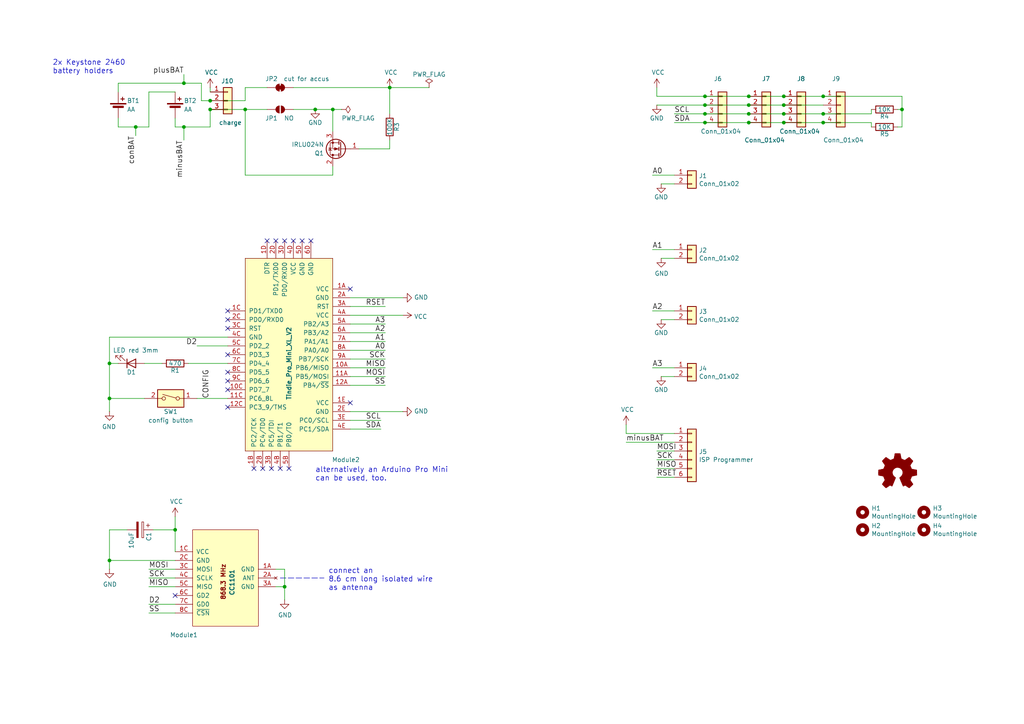
<source format=kicad_sch>
(kicad_sch (version 20231120) (generator "eeschema") (generator_version "8.0")
  (paper "A4")
  (title_block (title "HB-UNI-SEN-BATT_FUEL4EP") (date "2024-09-30") (rev "1.1") (company "FUEL4EP") (comment 1 "for Tindie Pro Mini XL V2") (comment 2 "Creative Commons License, non-commercial") (comment 3 "migration to KiCAD 5.1.7 with relative library paths") (comment 4 "fork of Alexander Reinert's HB-UNI-SEN-BATT"))
  (lib_symbols
    (symbol "Connector_Generic:Conn_01x02" (pin_names (offset 1.016) hide)
      (property "Reference" "J" (at 0 2.54 0))
      (property "Value" "Conn_01x02" (at 0 -5.08 0))
      (symbol "Conn_01x02_1_1"
        (rectangle (start -1.27 -2.413) (end 0 -2.667) (stroke (width 0.1524)))
        (rectangle (start -1.27 0.127) (end 0 -0.127) (stroke (width 0.1524)))
        (rectangle (start -1.27 1.27) (end 1.27 -3.81) (stroke (width 0.254)) (fill (type background)))
        (pin passive line (at -5.08 0 0) (length 3.81) (name "Pin_1") (number "1"))
        (pin passive line (at -5.08 -2.54 0) (length 3.81) (name "Pin_2") (number "2"))
      )
    )
    (symbol "Connector_Generic:Conn_01x03" (pin_names (offset 1.016) hide)
      (property "Reference" "J" (at 0 5.08 0))
      (property "Value" "Conn_01x03" (at 0 -5.08 0))
      (symbol "Conn_01x03_1_1"
        (rectangle (start -1.27 -2.413) (end 0 -2.667) (stroke (width 0.1524)))
        (rectangle (start -1.27 0.127) (end 0 -0.127) (stroke (width 0.1524)))
        (rectangle (start -1.27 2.667) (end 0 2.413) (stroke (width 0.1524)))
        (rectangle (start -1.27 3.81) (end 1.27 -3.81) (stroke (width 0.254)) (fill (type background)))
        (pin passive line (at -5.08 2.54 0) (length 3.81) (name "Pin_1") (number "1"))
        (pin passive line (at -5.08 0 0) (length 3.81) (name "Pin_2") (number "2"))
        (pin passive line (at -5.08 -2.54 0) (length 3.81) (name "Pin_3") (number "3"))
      )
    )
    (symbol "Connector_Generic:Conn_01x04" (pin_names (offset 1.016) hide)
      (property "Reference" "J" (at 0 5.08 0))
      (property "Value" "Conn_01x04" (at 0 -7.62 0))
      (symbol "Conn_01x04_1_1"
        (rectangle (start -1.27 -4.953) (end 0 -5.207) (stroke (width 0.1524)))
        (rectangle (start -1.27 -2.413) (end 0 -2.667) (stroke (width 0.1524)))
        (rectangle (start -1.27 0.127) (end 0 -0.127) (stroke (width 0.1524)))
        (rectangle (start -1.27 2.667) (end 0 2.413) (stroke (width 0.1524)))
        (rectangle (start -1.27 3.81) (end 1.27 -6.35) (stroke (width 0.254)) (fill (type background)))
        (pin passive line (at -5.08 2.54 0) (length 3.81) (name "Pin_1") (number "1"))
        (pin passive line (at -5.08 0 0) (length 3.81) (name "Pin_2") (number "2"))
        (pin passive line (at -5.08 -2.54 0) (length 3.81) (name "Pin_3") (number "3"))
        (pin passive line (at -5.08 -5.08 0) (length 3.81) (name "Pin_4") (number "4"))
      )
    )
    (symbol "Connector_Generic:Conn_01x06" (pin_names (offset 1.016) hide)
      (property "Reference" "J" (at 0 7.62 0))
      (property "Value" "Conn_01x06" (at 0 -10.16 0))
      (symbol "Conn_01x06_1_1"
        (rectangle (start -1.27 -7.493) (end 0 -7.747) (stroke (width 0.1524)))
        (rectangle (start -1.27 -4.953) (end 0 -5.207) (stroke (width 0.1524)))
        (rectangle (start -1.27 -2.413) (end 0 -2.667) (stroke (width 0.1524)))
        (rectangle (start -1.27 0.127) (end 0 -0.127) (stroke (width 0.1524)))
        (rectangle (start -1.27 2.667) (end 0 2.413) (stroke (width 0.1524)))
        (rectangle (start -1.27 5.207) (end 0 4.953) (stroke (width 0.1524)))
        (rectangle (start -1.27 6.35) (end 1.27 -8.89) (stroke (width 0.254)) (fill (type background)))
        (pin passive line (at -5.08 5.08 0) (length 3.81) (name "Pin_1") (number "1"))
        (pin passive line (at -5.08 2.54 0) (length 3.81) (name "Pin_2") (number "2"))
        (pin passive line (at -5.08 0 0) (length 3.81) (name "Pin_3") (number "3"))
        (pin passive line (at -5.08 -2.54 0) (length 3.81) (name "Pin_4") (number "4"))
        (pin passive line (at -5.08 -5.08 0) (length 3.81) (name "Pin_5") (number "5"))
        (pin passive line (at -5.08 -7.62 0) (length 3.81) (name "Pin_6") (number "6"))
      )
    )
    (symbol "Device:Battery_Cell" (pin_numbers hide) (pin_names (offset 0) hide)
      (property "Reference" "BT" (at 2.54 2.54 0))
      (property "Value" "Battery_Cell" (at 2.54 0 0))
      (symbol "Battery_Cell_0_1"
        (rectangle (start -2.286 1.778) (end 2.286 1.524) (fill (type outline)))
        (rectangle (start -1.524 1.016) (end 1.524 0.508) (fill (type outline)))
        (polyline (pts (xy 0 0.762) (xy 0 0)))
        (polyline (pts (xy 0 1.778) (xy 0 2.54)))
        (polyline (pts (xy 0.762 3.048) (xy 1.778 3.048)) (stroke (width 0.254)))
        (polyline (pts (xy 1.27 3.556) (xy 1.27 2.54)) (stroke (width 0.254)))
      )
      (symbol "Battery_Cell_1_1"
        (pin passive line (at 0 5.08 270) (length 2.54) (name "+") (number "1"))
        (pin passive line (at 0 -2.54 90) (length 2.54) (name "-") (number "2"))
      )
    )
    (symbol "Device:C_Polarized" (pin_numbers hide) (pin_names (offset 0.254))
      (property "Reference" "C" (at 0.635 2.54 0))
      (property "Value" "C_Polarized" (at 0.635 -2.54 0))
      (symbol "C_Polarized_0_1"
        (rectangle (start -2.286 0.508) (end 2.286 1.016))
        (polyline (pts (xy -1.778 2.286) (xy -0.762 2.286)))
        (polyline (pts (xy -1.27 2.794) (xy -1.27 1.778)))
        (rectangle (start 2.286 -0.508) (end -2.286 -1.016) (fill (type outline)))
      )
      (symbol "C_Polarized_1_1"
        (pin passive line (at 0 3.81 270) (length 2.794) (name "~") (number "1"))
        (pin passive line (at 0 -3.81 90) (length 2.794) (name "~") (number "2"))
      )
    )
    (symbol "Device:LED" (pin_numbers hide) (pin_names (offset 1.016) hide)
      (property "Reference" "D" (at 0 2.54 0))
      (property "Value" "LED" (at 0 -2.54 0))
      (symbol "LED_0_1"
        (polyline (pts (xy -1.27 -1.27) (xy -1.27 1.27)) (stroke (width 0.254)))
        (polyline (pts (xy -1.27 0) (xy 1.27 0)))
        (polyline (pts (xy 1.27 -1.27) (xy 1.27 1.27) (xy -1.27 0) (xy 1.27 -1.27)) (stroke (width 0.254)))
        (polyline (pts (xy -3.048 -0.762) (xy -4.572 -2.286) (xy -3.81 -2.286) (xy -4.572 -2.286) (xy -4.572 -1.524)))
        (polyline (pts (xy -1.778 -0.762) (xy -3.302 -2.286) (xy -2.54 -2.286) (xy -3.302 -2.286) (xy -3.302 -1.524)))
      )
      (symbol "LED_1_1"
        (pin passive line (at -3.81 0 0) (length 2.54) (name "K") (number "1"))
        (pin passive line (at 3.81 0 180) (length 2.54) (name "A") (number "2"))
      )
    )
    (symbol "Device:Q_NMOS_GDS" (pin_names (offset 0) hide)
      (property "Reference" "Q" (at 5.08 1.27 0))
      (property "Value" "Q_NMOS_GDS" (at 5.08 -1.27 0))
      (symbol "Q_NMOS_GDS_0_1"
        (polyline (pts (xy 0.254 0) (xy -2.54 0)))
        (polyline (pts (xy 0.254 1.905) (xy 0.254 -1.905)) (stroke (width 0.254)))
        (polyline (pts (xy 0.762 -1.27) (xy 0.762 -2.286)) (stroke (width 0.254)))
        (polyline (pts (xy 0.762 0.508) (xy 0.762 -0.508)) (stroke (width 0.254)))
        (polyline (pts (xy 0.762 2.286) (xy 0.762 1.27)) (stroke (width 0.254)))
        (polyline (pts (xy 2.54 2.54) (xy 2.54 1.778)))
        (polyline (pts (xy 2.54 -2.54) (xy 2.54 0) (xy 0.762 0)))
        (polyline (pts (xy 0.762 -1.778) (xy 3.302 -1.778) (xy 3.302 1.778) (xy 0.762 1.778)))
        (polyline (pts (xy 1.016 0) (xy 2.032 0.381) (xy 2.032 -0.381) (xy 1.016 0)) (fill (type outline)))
        (polyline (pts (xy 2.794 0.508) (xy 2.921 0.381) (xy 3.683 0.381) (xy 3.81 0.254)))
        (polyline (pts (xy 3.302 0.381) (xy 2.921 -0.254) (xy 3.683 -0.254) (xy 3.302 0.381)))
        (circle (center 1.651 0) (radius 2.794) (stroke (width 0.254)))
        (circle (center 2.54 -1.778) (radius 0.254) (fill (type outline)))
        (circle (center 2.54 1.778) (radius 0.254) (fill (type outline)))
      )
      (symbol "Q_NMOS_GDS_1_1"
        (pin input line (at -5.08 0 0) (length 2.54) (name "G") (number "1"))
        (pin passive line (at 2.54 5.08 270) (length 2.54) (name "D") (number "2"))
        (pin passive line (at 2.54 -5.08 90) (length 2.54) (name "S") (number "3"))
      )
    )
    (symbol "Device:R" (pin_numbers hide) (pin_names (offset 0))
      (property "Reference" "R" (at 2.032 0 90))
      (property "Value" "R" (at 0 0 90))
      (symbol "R_0_1"
        (rectangle (start -1.016 -2.54) (end 1.016 2.54) (stroke (width 0.254)))
      )
      (symbol "R_1_1"
        (pin passive line (at 0 3.81 270) (length 1.27) (name "~") (number "1"))
        (pin passive line (at 0 -3.81 90) (length 1.27) (name "~") (number "2"))
      )
    )
    (symbol "FUEL4EP:CC1101_transceiver_module" (pin_names (offset 1.016))
      (property "Reference" "Module" (at 5.08 -2.54 0))
      (property "Value" "CC1101_transceiver_module" (at 11.43 13.97 90))
      (symbol "CC1101_transceiver_module_0_0"
        (rectangle (start 0 0) (end 19.05 27.94) (fill (type background)))
        (text "868.3 MHz" (at 8.89 7.62 900) (effects (font (size 1.27 1.27) (bold yes)) (justify left)))
      )
      (symbol "CC1101_transceiver_module_1_1"
        (pin power_in line (at 24.13 16.51 180) (length 5.08) (name "GND") (number "1A"))
        (pin power_in line (at -5.08 21.59 0) (length 5.08) (name "VCC") (number "1C"))
        (pin no_connect line (at 24.13 13.97 180) (length 5.08) (name "ANT") (number "2A"))
        (pin power_in line (at -5.08 19.05 0) (length 5.08) (name "GND") (number "2C"))
        (pin power_in line (at 24.13 11.43 180) (length 5.08) (name "GND") (number "3A"))
        (pin input line (at -5.08 16.51 0) (length 5.08) (name "MOSI") (number "3C"))
        (pin input line (at -5.08 13.97 0) (length 5.08) (name "SCLK") (number "4C"))
        (pin tri_state line (at -5.08 11.43 0) (length 5.08) (name "MISO") (number "5C"))
        (pin output line (at -5.08 8.89 0) (length 5.08) (name "GD2") (number "6C"))
        (pin output line (at -5.08 6.35 0) (length 5.08) (name "GD0") (number "7C"))
        (pin input line (at -5.08 3.81 0) (length 5.08) (name "~{CSN}") (number "8C"))
      )
    )
    (symbol "FUEL4EP:Tindie_Pro_Mini_XL_V2" (pin_names (offset 1.016))
      (property "Reference" "Module" (at -8.89 5.08 0))
      (property "Value" "Tindie_Pro_Mini_XL_V2" (at 11.43 25.4 90))
      (symbol "Tindie_Pro_Mini_XL_V2_0_0"
        (pin bidirectional line (at 30.48 6.35 180) (length 5.08) (name "PC1/SDA") (number "4E"))
      )
      (symbol "Tindie_Pro_Mini_XL_V2_0_1"
        (rectangle (start 0 0) (end 25.4 55.88) (fill (type background)))
      )
      (symbol "Tindie_Pro_Mini_XL_V2_1_1"
        (pin bidirectional line (at 30.48 24.13 180) (length 5.08) (name "PB6/MISO") (number "10A"))
        (pin bidirectional line (at -5.08 17.78 0) (length 5.08) (name "PD7_7") (number "10C"))
        (pin bidirectional line (at 30.48 21.59 180) (length 5.08) (name "PB5/MOSI") (number "11A"))
        (pin bidirectional line (at -5.08 15.24 0) (length 5.08) (name "PC6_8L") (number "11C"))
        (pin bidirectional line (at 30.48 19.05 180) (length 5.08) (name "PB4/~{SS}") (number "12A"))
        (pin bidirectional line (at -5.08 12.7 0) (length 5.08) (name "PC3_9/TMS") (number "12C"))
        (pin power_in line (at 30.48 46.99 180) (length 5.08) (name "VCC") (number "1A"))
        (pin bidirectional line (at 2.54 -5.08 90) (length 5.08) (name "PC2/TCK") (number "1B"))
        (pin bidirectional line (at -5.08 40.64 0) (length 5.08) (name "PD1/TXD0") (number "1C"))
        (pin input line (at 6.35 60.96 270) (length 5.08) (name "DTR") (number "1D"))
        (pin power_in line (at 30.48 13.97 180) (length 5.08) (name "VCC") (number "1E"))
        (pin power_in line (at 30.48 44.45 180) (length 5.08) (name "GND") (number "2A"))
        (pin bidirectional line (at 5.08 -5.08 90) (length 5.08) (name "PC4/TD0") (number "2B"))
        (pin bidirectional line (at -5.08 38.1 0) (length 5.08) (name "PD0/RXD0") (number "2C"))
        (pin bidirectional line (at 8.89 60.96 270) (length 5.08) (name "PD1/TXD0") (number "2D"))
        (pin power_in line (at 30.48 11.43 180) (length 5.08) (name "GND") (number "2E"))
        (pin input line (at 30.48 41.91 180) (length 5.08) (name "RST") (number "3A"))
        (pin bidirectional line (at 7.62 -5.08 90) (length 5.08) (name "PC5/TDI") (number "3B"))
        (pin input line (at -5.08 35.56 0) (length 5.08) (name "RST") (number "3C"))
        (pin bidirectional line (at 11.43 60.96 270) (length 5.08) (name "PD0/RXD0") (number "3D"))
        (pin bidirectional line (at 30.48 8.89 180) (length 5.08) (name "PC0/SCL") (number "3E"))
        (pin power_in line (at 30.48 39.37 180) (length 5.08) (name "VCC") (number "4A"))
        (pin bidirectional line (at 10.16 -5.08 90) (length 5.08) (name "PB1/T1") (number "4B"))
        (pin power_in line (at -5.08 33.02 0) (length 5.08) (name "GND") (number "4C"))
        (pin power_in line (at 13.97 60.96 270) (length 5.08) (name "VCC") (number "4D"))
        (pin input line (at 30.48 36.83 180) (length 5.08) (name "PB2/A3") (number "5A"))
        (pin bidirectional line (at 12.7 -5.08 90) (length 5.08) (name "PB0/T0") (number "5B"))
        (pin bidirectional line (at -5.08 30.48 0) (length 5.08) (name "PD2_2") (number "5C"))
        (pin power_in line (at 16.51 60.96 270) (length 5.08) (name "GND") (number "5D"))
        (pin input line (at 30.48 34.29 180) (length 5.08) (name "PB3/A2") (number "6A"))
        (pin bidirectional line (at -5.08 27.94 0) (length 5.08) (name "PD3_3") (number "6C"))
        (pin power_in line (at 19.05 60.96 270) (length 5.08) (name "GND") (number "6D"))
        (pin input line (at 30.48 31.75 180) (length 5.08) (name "PA1/A1") (number "7A"))
        (pin bidirectional line (at -5.08 25.4 0) (length 5.08) (name "PD4_4") (number "7C"))
        (pin input line (at 30.48 29.21 180) (length 5.08) (name "PA0/A0") (number "8A"))
        (pin bidirectional line (at -5.08 22.86 0) (length 5.08) (name "PD5_5") (number "8C"))
        (pin bidirectional line (at 30.48 26.67 180) (length 5.08) (name "PB7/SCK") (number "9A"))
        (pin bidirectional line (at -5.08 20.32 0) (length 5.08) (name "PD6_6") (number "9C"))
      )
    )
    (symbol "Graphic:Logo_Open_Hardware_Small" (in_bom no) (on_board no)
      (symbol "Logo_Open_Hardware_Small_0_1"
        (polyline (pts (xy 3.3528 -4.3434) (xy 3.302 -4.318) (xy 3.175 -4.2418) (xy 2.9972 -4.1148) (xy 2.7686 -3.9624) (xy 2.54 -3.81) (xy 2.3622 -3.7084) (xy 2.2352 -3.6068) (xy 2.1844 -3.5814) (xy 2.159 -3.6068) (xy 2.0574 -3.6576) (xy 1.905 -3.7338) (xy 1.8034 -3.7846) (xy 1.6764 -3.8354) (xy 1.6002 -3.8354) (xy 1.6002 -3.8354) (xy 1.5494 -3.7338) (xy 1.4732 -3.5306) (xy 1.3462 -3.302) (xy 1.2446 -3.0226) (xy 1.1176 -2.7178) (xy 0.9652 -2.413) (xy 0.8636 -2.1082) (xy 0.7366 -1.8288) (xy 0.6604 -1.6256) (xy 0.6096 -1.4732) (xy 0.5842 -1.397) (xy 0.5842 -1.397) (xy 0.6604 -1.3208) (xy 0.7874 -1.2446) (xy 1.0414 -1.016) (xy 1.2954 -0.6858) (xy 1.4478 -0.3302) (xy 1.524 0.0762) (xy 1.4732 0.4572) (xy 1.3208 0.8128) (xy 1.0668 1.143) (xy 0.762 1.3716) (xy 0.4064 1.524) (xy 0 1.5748) (xy -0.381 1.5494) (xy -0.7366 1.397) (xy -1.0668 1.143) (xy -1.2192 0.9906) (xy -1.397 0.6604) (xy -1.524 0.3048) (xy -1.524 0.2286) (xy -1.4986 -0.1778) (xy -1.397 -0.5334) (xy -1.1938 -0.8636) (xy -0.9144 -1.143) (xy -0.8636 -1.1684) (xy -0.7366 -1.27) (xy -0.635 -1.3462) (xy -0.5842 -1.397) (xy -1.0668 -2.5908) (xy -1.143 -2.794) (xy -1.2954 -3.1242) (xy -1.397 -3.4036) (xy -1.4986 -3.6322) (xy -1.5748 -3.7846) (xy -1.6002 -3.8354) (xy -1.6002 -3.8354) (xy -1.651 -3.8354) (xy -1.7272 -3.81) (xy -1.905 -3.7338) (xy -2.0066 -3.683) (xy -2.1336 -3.6068) (xy -2.2098 -3.5814) (xy -2.2606 -3.6068) (xy -2.3622 -3.683) (xy -2.54 -3.81) (xy -2.7686 -3.9624) (xy -2.9718 -4.0894) (xy -3.1496 -4.2164) (xy -3.302 -4.318) (xy -3.3528 -4.3434) (xy -3.3782 -4.3434) (xy -3.429 -4.318) (xy -3.5306 -4.2164) (xy -3.7084 -4.064) (xy -3.937 -3.8354) (xy -3.9624 -3.81) (xy -4.1656 -3.6068) (xy -4.318 -3.4544) (xy -4.4196 -3.3274) (xy -4.445 -3.2766) (xy -4.445 -3.2766) (xy -4.4196 -3.2258) (xy -4.318 -3.0734) (xy -4.2164 -2.8956) (xy -4.064 -2.667) (xy -3.6576 -2.0828) (xy -3.8862 -1.5494) (xy -3.937 -1.3716) (xy -4.0386 -1.1684) (xy -4.0894 -1.0414) (xy -4.1148 -0.9652) (xy -4.191 -0.9398) (xy -4.318 -0.9144) (xy -4.5466 -0.8636) (xy -4.8006 -0.8128) (xy -5.0546 -0.7874) (xy -5.2578 -0.7366) (xy -5.4356 -0.7112) (xy -5.5118 -0.6858) (xy -5.5118 -0.6858) (xy -5.5372 -0.635) (xy -5.5372 -0.5588) (xy -5.5372 -0.4318) (xy -5.5626 -0.2286) (xy -5.5626 0.0762) (xy -5.5626 0.127) (xy -5.5372 0.4064) (xy -5.5372 0.635) (xy -5.5372 0.762) (xy -5.5372 0.8382) (xy -5.5372 0.8382) (xy -5.461 0.8382) (xy -5.3086 0.889) (xy -5.08 0.9144) (xy -4.826 0.9652) (xy -4.8006 0.9906) (xy -4.5466 1.0414) (xy -4.318 1.0668) (xy -4.1656 1.1176) (xy -4.0894 1.143) (xy -4.0894 1.143) (xy -4.0386 1.2446) (xy -3.9624 1.4224) (xy -3.8608 1.6256) (xy -3.7846 1.8288) (xy -3.7084 2.0066) (xy -3.6576 2.159) (xy -3.6322 2.2098) (xy -3.6322 2.2098) (xy -3.683 2.286) (xy -3.7592 2.413) (xy -3.8862 2.5908) (xy -4.064 2.8194) (xy -4.064 2.8448) (xy -4.2164 3.0734) (xy -4.3434 3.2512) (xy -4.4196 3.3782) (xy -4.445 3.4544) (xy -4.445 3.4544) (xy -4.3942 3.5052) (xy -4.2926 3.6322) (xy -4.1148 3.81) (xy -3.937 4.0132) (xy -3.8608 4.064) (xy -3.6576 4.2926) (xy -3.5052 4.4196) (xy -3.4036 4.4958) (xy -3.3528 4.5212) (xy -3.3528 4.5212) (xy -3.302 4.4704) (xy -3.1496 4.3688) (xy -2.9718 4.2418) (xy -2.7432 4.0894) (xy -2.7178 4.0894) (xy -2.4892 3.937) (xy -2.3114 3.81) (xy -2.1844 3.7084) (xy -2.1336 3.683) (xy -2.1082 3.683) (xy -2.032 3.7084) (xy -1.8542 3.7592) (xy -1.6764 3.8354) (xy -1.4732 3.937) (xy -1.27 4.0132) (xy -1.143 4.064) (xy -1.0668 4.1148) (xy -1.0668 4.1148) (xy -1.0414 4.191) (xy -1.016 4.3434) (xy -0.9652 4.572) (xy -0.9144 4.8514) (xy -0.889 4.9022) (xy -0.8382 5.1562) (xy -0.8128 5.3848) (xy -0.7874 5.5372) (xy -0.762 5.588) (xy -0.7112 5.6134) (xy -0.5842 5.6134) (xy -0.4064 5.6134) (xy -0.1524 5.6134) (xy 0.0762 5.6134) (xy 0.3302 5.6134) (xy 0.5334 5.6134) (xy 0.6858 5.588) (xy 0.7366 5.588) (xy 0.7366 5.588) (xy 0.762 5.5118) (xy 0.8128 5.334) (xy 0.8382 5.1054) (xy 0.9144 4.826) (xy 0.9144 4.7752) (xy 0.9652 4.5212) (xy 1.016 4.2926) (xy 1.0414 4.1402) (xy 1.0668 4.0894) (xy 1.0668 4.0894) (xy 1.1938 4.0386) (xy 1.3716 3.9624) (xy 1.5748 3.8608) (xy 2.0828 3.6576) (xy 2.7178 4.0894) (xy 2.7686 4.1402) (xy 2.9972 4.2926) (xy 3.175 4.4196) (xy 3.302 4.4958) (xy 3.3782 4.5212) (xy 3.3782 4.5212) (xy 3.429 4.4704) (xy 3.556 4.3434) (xy 3.7338 4.191) (xy 3.9116 3.9878) (xy 4.064 3.8354) (xy 4.2418 3.6576) (xy 4.3434 3.556) (xy 4.4196 3.4798) (xy 4.4196 3.429) (xy 4.4196 3.4036) (xy 4.3942 3.3274) (xy 4.2926 3.2004) (xy 4.1656 2.9972) (xy 4.0132 2.794) (xy 3.8862 2.5908) (xy 3.7592 2.3876) (xy 3.6576 2.2352) (xy 3.6322 2.159) (xy 3.6322 2.1336) (xy 3.683 2.0066) (xy 3.7592 1.8288) (xy 3.8608 1.6002) (xy 4.064 1.1176) (xy 4.3942 1.0414) (xy 4.5974 1.016) (xy 4.8768 0.9652) (xy 5.1308 0.9144) (xy 5.5372 0.8382) (xy 5.5626 -0.6604) (xy 5.4864 -0.6858) (xy 5.4356 -0.6858) (xy 5.2832 -0.7366) (xy 5.0546 -0.762) (xy 4.8006 -0.8128) (xy 4.5974 -0.8636) (xy 4.3688 -0.9144) (xy 4.2164 -0.9398) (xy 4.1402 -0.9398) (xy 4.1148 -0.9652) (xy 4.064 -1.0668) (xy 3.9878 -1.2446) (xy 3.9116 -1.4478) (xy 3.81 -1.651) (xy 3.7338 -1.8542) (xy 3.683 -2.0066) (xy 3.6576 -2.0828) (xy 3.683 -2.1336) (xy 3.7846 -2.2606) (xy 3.8862 -2.4638) (xy 4.0386 -2.667) (xy 4.191 -2.8956) (xy 4.318 -3.0734) (xy 4.3942 -3.2004) (xy 4.445 -3.2766) (xy 4.4196 -3.3274) (xy 4.3434 -3.429) (xy 4.1656 -3.5814) (xy 3.937 -3.8354) (xy 3.8862 -3.8608) (xy 3.683 -4.064) (xy 3.5306 -4.2164) (xy 3.4036 -4.318) (xy 3.3528 -4.3434)) (fill (type outline)))
      )
    )
    (symbol "Jumper:SolderJumper_2_Bridged" (pin_numbers hide) (pin_names (offset 0) hide) (exclude_from_sim yes) (in_bom no)
      (property "Reference" "JP" (at 0 2.032 0))
      (property "Value" "SolderJumper_2_Bridged" (at 0 -2.54 0))
      (symbol "SolderJumper_2_Bridged_0_1"
        (rectangle (start -0.508 0.508) (end 0.508 -0.508) (fill (type outline)))
        (arc (start -0.254 1.016) (mid -1.2656 0) (end -0.254 -1.016))
        (arc (start -0.254 1.016) (mid -1.2656 0) (end -0.254 -1.016) (fill (type outline)))
        (polyline (pts (xy -0.254 1.016) (xy -0.254 -1.016)))
        (polyline (pts (xy 0.254 1.016) (xy 0.254 -1.016)))
        (arc (start 0.254 -1.016) (mid 1.2656 0) (end 0.254 1.016))
        (arc (start 0.254 -1.016) (mid 1.2656 0) (end 0.254 1.016) (fill (type outline)))
      )
      (symbol "SolderJumper_2_Bridged_1_1"
        (pin passive line (at -3.81 0 0) (length 2.54) (name "A") (number "1"))
        (pin passive line (at 3.81 0 180) (length 2.54) (name "B") (number "2"))
      )
    )
    (symbol "Jumper:SolderJumper_2_Open" (pin_numbers hide) (pin_names (offset 0) hide) (exclude_from_sim yes) (in_bom no)
      (property "Reference" "JP" (at 0 2.032 0))
      (property "Value" "SolderJumper_2_Open" (at 0 -2.54 0))
      (symbol "SolderJumper_2_Open_0_1"
        (arc (start -0.254 1.016) (mid -1.2656 0) (end -0.254 -1.016))
        (arc (start -0.254 1.016) (mid -1.2656 0) (end -0.254 -1.016) (fill (type outline)))
        (polyline (pts (xy -0.254 1.016) (xy -0.254 -1.016)))
        (polyline (pts (xy 0.254 1.016) (xy 0.254 -1.016)))
        (arc (start 0.254 -1.016) (mid 1.2656 0) (end 0.254 1.016))
        (arc (start 0.254 -1.016) (mid 1.2656 0) (end 0.254 1.016) (fill (type outline)))
      )
      (symbol "SolderJumper_2_Open_1_1"
        (pin passive line (at -3.81 0 0) (length 2.54) (name "A") (number "1"))
        (pin passive line (at 3.81 0 180) (length 2.54) (name "B") (number "2"))
      )
    )
    (symbol "Mechanical:MountingHole" (pin_names (offset 1.016)) (exclude_from_sim yes) (in_bom no)
      (property "Reference" "H" (at 0 5.08 0))
      (property "Value" "MountingHole" (at 0 3.175 0))
      (symbol "MountingHole_0_1"
        (circle (center 0 0) (radius 1.27) (stroke (width 1.27)))
      )
    )
    (symbol "Switch:SW_DIP_x01" (pin_names (offset 0) hide)
      (property "Reference" "SW" (at 0 3.81 0))
      (property "Value" "SW_DIP_x01" (at 0 -3.81 0))
      (symbol "SW_DIP_x01_0_0"
        (circle (center -2.032 0) (radius 0.508))
        (polyline (pts (xy -1.524 0.127) (xy 2.3622 1.1684)))
        (circle (center 2.032 0) (radius 0.508))
      )
      (symbol "SW_DIP_x01_0_1"
        (rectangle (start -3.81 2.54) (end 3.81 -2.54) (stroke (width 0.254)) (fill (type background)))
      )
      (symbol "SW_DIP_x01_1_1"
        (pin passive line (at -7.62 0 0) (length 5.08) (name "~") (number "1"))
        (pin passive line (at 7.62 0 180) (length 5.08) (name "~") (number "2"))
      )
    )
    (symbol "power:GND" (power) (pin_numbers hide) (pin_names (offset 0) hide)
      (property "Value" "GND" (at 0 -3.81 0))
      (symbol "GND_0_1"
        (polyline (pts (xy 0 0) (xy 0 -1.27) (xy 1.27 -1.27) (xy 0 -2.54) (xy -1.27 -1.27) (xy 0 -1.27)))
      )
      (symbol "GND_1_1"
        (pin power_in line (at 0 0 270) (length 0) (name "~") (number "1"))
      )
    )
    (symbol "power:PWR_FLAG" (power) (pin_numbers hide) (pin_names (offset 0) hide)
      (property "Value" "PWR_FLAG" (at 0 3.81 0))
      (symbol "PWR_FLAG_0_0"
        (pin power_out line (at 0 0 90) (length 0) (name "~") (number "1"))
      )
      (symbol "PWR_FLAG_0_1"
        (polyline (pts (xy 0 0) (xy 0 1.27) (xy -1.016 1.905) (xy 0 2.54) (xy 1.016 1.905) (xy 0 1.27)))
      )
    )
    (symbol "power:VCC" (power) (pin_numbers hide) (pin_names (offset 0) hide)
      (property "Value" "VCC" (at 0 3.556 0))
      (symbol "VCC_0_1"
        (polyline (pts (xy -0.762 1.27) (xy 0 2.54)))
        (polyline (pts (xy 0 0) (xy 0 2.54)))
        (polyline (pts (xy 0 2.54) (xy 0.762 1.27)))
      )
      (symbol "VCC_1_1"
        (pin power_in line (at 0 0 90) (length 0) (name "~") (number "1"))
      )
    )
  )
  (junction (at 227.33 35.56))
  (junction (at 53.34 24.13))
  (junction (at 60.96 31.75))
  (junction (at 53.34 36.83))
  (junction (at 96.52 31.75))
  (junction (at 217.17 27.94))
  (junction (at 31.75 162.56))
  (junction (at 227.33 30.48))
  (junction (at 31.75 105.41))
  (junction (at 113.03 25.4))
  (junction (at 217.17 30.48))
  (junction (at 91.44 31.75))
  (junction (at 204.47 30.48))
  (junction (at 217.17 35.56))
  (junction (at 238.76 33.02))
  (junction (at 60.96 29.21))
  (junction (at 227.33 27.94))
  (junction (at 204.47 33.02))
  (junction (at 238.76 35.56))
  (junction (at 261.62 31.75))
  (junction (at 227.33 33.02))
  (junction (at 82.55 170.18))
  (junction (at 31.75 115.57))
  (junction (at 217.17 33.02))
  (junction (at 39.37 36.83))
  (junction (at 71.12 31.75))
  (junction (at 238.76 27.94))
  (junction (at 204.47 27.94))
  (junction (at 50.8 153.67))
  (junction (at 204.47 35.56))
  (no_connect (at 80.01 69.85))
  (no_connect (at 50.8 172.72))
  (no_connect (at 66.04 118.11))
  (no_connect (at 101.6 116.84))
  (no_connect (at 77.47 69.85))
  (no_connect (at 90.17 69.85))
  (no_connect (at 73.66 135.89))
  (no_connect (at 81.28 135.89))
  (no_connect (at 85.09 69.85))
  (no_connect (at 66.04 90.17))
  (no_connect (at 66.04 113.03))
  (no_connect (at 78.74 135.89))
  (no_connect (at 82.55 69.85))
  (no_connect (at 66.04 95.25))
  (no_connect (at 66.04 92.71))
  (no_connect (at 66.04 107.95))
  (no_connect (at 101.6 83.82))
  (no_connect (at 87.63 69.85))
  (no_connect (at 66.04 110.49))
  (no_connect (at 76.2 135.89))
  (no_connect (at 66.04 102.87))
  (no_connect (at 83.82 135.89))
  (wire (pts (xy 85.09 25.4) (xy 113.03 25.4)))
  (wire (pts (xy 181.61 128.27) (xy 195.58 128.27)))
  (wire (pts (xy 261.62 31.75) (xy 261.62 36.83)))
  (wire (pts (xy 71.12 50.8) (xy 96.52 50.8)))
  (wire (pts (xy 50.8 160.02) (xy 50.8 153.67)))
  (wire (pts (xy 113.03 33.02) (xy 113.03 25.4)))
  (polyline (pts (xy 81.28 167.64) (xy 93.98 167.64)) (stroke (width 0) (type dash)))
  (wire (pts (xy 34.29 105.41) (xy 31.75 105.41)))
  (wire (pts (xy 34.29 26.67) (xy 34.29 24.13)))
  (wire (pts (xy 50.8 162.56) (xy 31.75 162.56)))
  (wire (pts (xy 101.6 101.6) (xy 111.76 101.6)))
  (wire (pts (xy 71.12 31.75) (xy 60.96 31.75)))
  (wire (pts (xy 82.55 165.1) (xy 82.55 170.18)))
  (wire (pts (xy 195.58 35.56) (xy 204.47 35.56)))
  (wire (pts (xy 238.76 33.02) (xy 252.73 33.02)))
  (wire (pts (xy 60.96 25.4) (xy 60.96 26.67)))
  (wire (pts (xy 50.8 153.67) (xy 50.8 149.86)))
  (wire (pts (xy 101.6 106.68) (xy 111.76 106.68)))
  (wire (pts (xy 50.8 175.26) (xy 43.18 175.26)))
  (wire (pts (xy 60.96 31.75) (xy 60.96 36.83)))
  (wire (pts (xy 217.17 27.94) (xy 227.33 27.94)))
  (wire (pts (xy 191.77 92.71) (xy 195.58 92.71)))
  (wire (pts (xy 204.47 33.02) (xy 217.17 33.02)))
  (wire (pts (xy 71.12 31.75) (xy 71.12 50.8)))
  (wire (pts (xy 91.44 31.75) (xy 96.52 31.75)))
  (wire (pts (xy 227.33 30.48) (xy 217.17 30.48)))
  (wire (pts (xy 96.52 38.1) (xy 96.52 31.75)))
  (wire (pts (xy 96.52 31.75) (xy 99.06 31.75)))
  (wire (pts (xy 190.5 27.94) (xy 190.5 25.4)))
  (wire (pts (xy 191.77 109.22) (xy 195.58 109.22)))
  (wire (pts (xy 113.03 25.4) (xy 124.46 25.4)))
  (wire (pts (xy 191.77 74.93) (xy 195.58 74.93)))
  (wire (pts (xy 57.15 115.57) (xy 66.04 115.57)))
  (wire (pts (xy 195.58 33.02) (xy 204.47 33.02)))
  (wire (pts (xy 43.18 26.67) (xy 43.18 36.83)))
  (wire (pts (xy 101.6 93.98) (xy 111.76 93.98)))
  (wire (pts (xy 71.12 29.21) (xy 71.12 25.4)))
  (wire (pts (xy 101.6 119.38) (xy 116.84 119.38)))
  (wire (pts (xy 58.42 29.21) (xy 58.42 24.13)))
  (wire (pts (xy 43.18 26.67) (xy 50.8 26.67)))
  (wire (pts (xy 53.34 21.59) (xy 53.34 24.13)))
  (wire (pts (xy 82.55 170.18) (xy 82.55 173.99)))
  (wire (pts (xy 50.8 165.1) (xy 43.18 165.1)))
  (wire (pts (xy 41.91 115.57) (xy 31.75 115.57)))
  (wire (pts (xy 31.75 153.67) (xy 31.75 162.56)))
  (wire (pts (xy 195.58 138.43) (xy 190.5 138.43)))
  (wire (pts (xy 96.52 48.26) (xy 96.52 50.8)))
  (wire (pts (xy 44.45 153.67) (xy 50.8 153.67)))
  (wire (pts (xy 66.04 105.41) (xy 54.61 105.41)))
  (wire (pts (xy 66.04 97.79) (xy 31.75 97.79)))
  (wire (pts (xy 50.8 170.18) (xy 43.18 170.18)))
  (wire (pts (xy 227.33 27.94) (xy 238.76 27.94)))
  (wire (pts (xy 101.6 111.76) (xy 111.76 111.76)))
  (wire (pts (xy 101.6 109.22) (xy 111.76 109.22)))
  (wire (pts (xy 190.5 27.94) (xy 204.47 27.94)))
  (wire (pts (xy 80.01 170.18) (xy 82.55 170.18)))
  (wire (pts (xy 252.73 35.56) (xy 252.73 36.83)))
  (wire (pts (xy 110.49 124.46) (xy 101.6 124.46)))
  (wire (pts (xy 58.42 24.13) (xy 53.34 24.13)))
  (wire (pts (xy 31.75 115.57) (xy 31.75 119.38)))
  (wire (pts (xy 260.35 31.75) (xy 261.62 31.75)))
  (wire (pts (xy 195.58 130.81) (xy 190.5 130.81)))
  (wire (pts (xy 195.58 135.89) (xy 190.5 135.89)))
  (wire (pts (xy 227.33 35.56) (xy 217.17 35.56)))
  (wire (pts (xy 189.23 50.8) (xy 195.58 50.8)))
  (wire (pts (xy 101.6 88.9) (xy 111.76 88.9)))
  (wire (pts (xy 50.8 177.8) (xy 43.18 177.8)))
  (wire (pts (xy 261.62 27.94) (xy 261.62 31.75)))
  (wire (pts (xy 238.76 33.02) (xy 227.33 33.02)))
  (wire (pts (xy 204.47 27.94) (xy 217.17 27.94)))
  (wire (pts (xy 53.34 36.83) (xy 60.96 36.83)))
  (wire (pts (xy 60.96 29.21) (xy 71.12 29.21)))
  (wire (pts (xy 36.83 153.67) (xy 31.75 153.67)))
  (wire (pts (xy 101.6 96.52) (xy 111.76 96.52)))
  (wire (pts (xy 195.58 90.17) (xy 189.23 90.17)))
  (wire (pts (xy 46.99 105.41) (xy 41.91 105.41)))
  (wire (pts (xy 238.76 35.56) (xy 227.33 35.56)))
  (wire (pts (xy 238.76 27.94) (xy 261.62 27.94)))
  (wire (pts (xy 204.47 30.48) (xy 217.17 30.48)))
  (wire (pts (xy 191.77 53.34) (xy 195.58 53.34)))
  (wire (pts (xy 31.75 162.56) (xy 31.75 165.1)))
  (wire (pts (xy 116.84 86.36) (xy 101.6 86.36)))
  (wire (pts (xy 204.47 35.56) (xy 217.17 35.56)))
  (wire (pts (xy 261.62 36.83) (xy 260.35 36.83)))
  (wire (pts (xy 252.73 33.02) (xy 252.73 31.75)))
  (wire (pts (xy 50.8 36.83) (xy 53.34 36.83)))
  (wire (pts (xy 113.03 40.64) (xy 113.03 43.18)))
  (wire (pts (xy 110.49 121.92) (xy 101.6 121.92)))
  (wire (pts (xy 50.8 167.64) (xy 43.18 167.64)))
  (wire (pts (xy 189.23 106.68) (xy 195.58 106.68)))
  (wire (pts (xy 66.04 100.33) (xy 57.15 100.33)))
  (wire (pts (xy 34.29 34.29) (xy 34.29 36.83)))
  (wire (pts (xy 113.03 43.18) (xy 104.14 43.18)))
  (wire (pts (xy 71.12 31.75) (xy 77.47 31.75)))
  (wire (pts (xy 31.75 97.79) (xy 31.75 105.41)))
  (wire (pts (xy 60.96 29.21) (xy 58.42 29.21)))
  (wire (pts (xy 80.01 165.1) (xy 82.55 165.1)))
  (wire (pts (xy 53.34 40.64) (xy 53.34 36.83)))
  (wire (pts (xy 34.29 24.13) (xy 53.34 24.13)))
  (wire (pts (xy 195.58 125.73) (xy 181.61 125.73)))
  (wire (pts (xy 34.29 36.83) (xy 39.37 36.83)))
  (wire (pts (xy 181.61 125.73) (xy 181.61 123.19)))
  (wire (pts (xy 238.76 35.56) (xy 252.73 35.56)))
  (wire (pts (xy 101.6 99.06) (xy 111.76 99.06)))
  (wire (pts (xy 77.47 25.4) (xy 71.12 25.4)))
  (wire (pts (xy 101.6 104.14) (xy 111.76 104.14)))
  (wire (pts (xy 227.33 30.48) (xy 238.76 30.48)))
  (wire (pts (xy 39.37 36.83) (xy 43.18 36.83)))
  (wire (pts (xy 31.75 105.41) (xy 31.75 115.57)))
  (wire (pts (xy 189.23 72.39) (xy 195.58 72.39)))
  (wire (pts (xy 190.5 30.48) (xy 204.47 30.48)))
  (wire (pts (xy 101.6 91.44) (xy 116.84 91.44)))
  (wire (pts (xy 39.37 39.37) (xy 39.37 36.83)))
  (wire (pts (xy 50.8 34.29) (xy 50.8 36.83)))
  (wire (pts (xy 195.58 133.35) (xy 190.5 133.35)))
  (wire (pts (xy 85.09 31.75) (xy 91.44 31.75)))
  (wire (pts (xy 227.33 33.02) (xy 217.17 33.02)))
  (text "2x Keystone 2460\nbattery holders" (at 15.24 21.59 0) (effects (font (size 1.524 1.524)) (justify left bottom)))
  (text "connect an\n8.6 cm long isolated wire\nas antenna" (at 95.25 171.45 0) (effects (font (size 1.524 1.524)) (justify left bottom)))
  (text "alternatively an Arduino Pro Mini\ncan be used, too." (at 91.44 139.7 0) (effects (font (size 1.524 1.524)) (justify left bottom)))
  (label "SS" (at 111.76 111.76 180) (effects (font (size 1.524 1.524))))
  (label "SCK" (at 190.5 133.35 0) (effects (font (size 1.524 1.524))))
  (label "MISO" (at 43.18 170.18 0) (effects (font (size 1.524 1.524))))
  (label "minusBAT" (at 181.61 128.27 0) (effects (font (size 1.524 1.524))))
  (label "SDA" (at 110.49 124.46 180) (effects (font (size 1.524 1.524))))
  (label "RSET" (at 111.76 88.9 180) (effects (font (size 1.524 1.524))))
  (label "MOSI" (at 190.5 130.81 0) (effects (font (size 1.524 1.524))))
  (label "SCK" (at 43.18 167.64 0) (effects (font (size 1.524 1.524))))
  (label "SCL" (at 110.49 121.92 180) (effects (font (size 1.524 1.524))))
  (label "minusBAT" (at 53.34 40.64 270) (effects (font (size 1.524 1.524))))
  (label "A1" (at 189.23 72.39 0) (effects (font (size 1.524 1.524))))
  (label "conBAT" (at 39.37 39.37 270) (effects (font (size 1.524 1.524))))
  (label "A2" (at 189.23 90.17 0) (effects (font (size 1.524 1.524))))
  (label "MISO" (at 190.5 135.89 0) (effects (font (size 1.524 1.524))))
  (label "MOSI" (at 43.18 165.1 0) (effects (font (size 1.524 1.524))))
  (label "A2" (at 111.76 96.52 180) (effects (font (size 1.524 1.524))))
  (label "SS" (at 43.18 177.8 0) (effects (font (size 1.524 1.524))))
  (label "MOSI" (at 111.76 109.22 180) (effects (font (size 1.524 1.524))))
  (label "A0" (at 111.76 101.6 180) (effects (font (size 1.524 1.524))))
  (label "A3" (at 111.76 93.98 180) (effects (font (size 1.524 1.524))))
  (label "SCK" (at 111.76 104.14 180) (effects (font (size 1.524 1.524))))
  (label "A3" (at 189.23 106.68 0) (effects (font (size 1.524 1.524))))
  (label "RSET" (at 190.5 138.43 0) (effects (font (size 1.524 1.524))))
  (label "SDA" (at 195.58 35.56 0) (effects (font (size 1.524 1.524))))
  (label "CONFIG" (at 60.96 115.57 90) (effects (font (size 1.524 1.524))))
  (label "A0" (at 189.23 50.8 0) (effects (font (size 1.524 1.524))))
  (label "D2" (at 43.18 175.26 0) (effects (font (size 1.524 1.524))))
  (label "D2" (at 57.15 100.33 180) (effects (font (size 1.524 1.524))))
  (label "A1" (at 111.76 99.06 180) (effects (font (size 1.524 1.524))))
  (label "SCL" (at 195.58 33.02 0) (effects (font (size 1.524 1.524))))
  (label "plusBAT" (at 53.34 21.59 180) (effects (font (size 1.524 1.524))))
  (label "MISO" (at 111.76 106.68 180) (effects (font (size 1.524 1.524))))
  (symbol (lib_id "Device:LED") (at 38.1 105.41 0) (mirror x) (unit 1)
    (property "Reference" "D1" (at 38.1 107.95 0))
    (property "Value" "LED red 3mm" (at 39.37 101.6 0))
    (property "Footprint" "LED_THT:LED_D3.0mm" (effects (hide yes)))
    (property "Description" "Light emitting diode" (effects (hide yes)))
  )
  (symbol (lib_id "Device:R") (at 50.8 105.41 90) (mirror x) (unit 1)
    (property "Reference" "R1" (at 50.8 107.442 90))
    (property "Value" "470" (at 50.8 105.41 90))
    (property "Footprint" "Resistor_THT:R_Axial_DIN0207_L6.3mm_D2.5mm_P2.54mm_Vertical" (effects (hide yes)))
    (property "Description" "Resistor" (effects (hide yes)))
  )
  (symbol (lib_id "power:GND") (at 190.5 30.48 0) (unit 1)
    (property "Reference" "#PWR03" (effects (hide yes)))
    (property "Value" "GND" (at 190.5 34.29 0))
    (property "Description" "Power symbol creates a global label with name \"GND\" , ground" (effects (hide yes)))
  )
  (symbol (lib_id "power:GND") (at 91.44 31.75 0) (unit 1)
    (property "Reference" "#PWR05" (effects (hide yes)))
    (property "Value" "GND" (at 91.44 35.56 0))
    (property "Description" "Power symbol creates a global label with name \"GND\" , ground" (effects (hide yes)))
  )
  (symbol (lib_id "power:GND") (at 191.77 53.34 0) (unit 1)
    (property "Reference" "#PWR06" (effects (hide yes)))
    (property "Value" "GND" (at 191.77 57.15 0))
    (property "Description" "Power symbol creates a global label with name \"GND\" , ground" (effects (hide yes)))
  )
  (symbol (lib_id "power:GND") (at 191.77 92.71 0) (unit 1)
    (property "Reference" "#PWR011" (effects (hide yes)))
    (property "Value" "GND" (at 191.77 96.52 0))
    (property "Description" "Power symbol creates a global label with name \"GND\" , ground" (effects (hide yes)))
  )
  (symbol (lib_id "power:GND") (at 191.77 109.22 0) (unit 1)
    (property "Reference" "#PWR012" (effects (hide yes)))
    (property "Value" "GND" (at 191.77 113.03 0))
    (property "Description" "Power symbol creates a global label with name \"GND\" , ground" (effects (hide yes)))
  )
  (symbol (lib_id "power:PWR_FLAG") (at 124.46 25.4 0) (unit 1)
    (property "Reference" "#FLG014" (effects (hide yes)))
    (property "Value" "PWR_FLAG" (at 124.46 21.59 0))
    (property "Description" "Special symbol for telling ERC where power comes from" (effects (hide yes)))
  )
  (symbol (lib_id "Device:Battery_Cell") (at 34.29 31.75 0) (unit 1)
    (property "Reference" "BT1" (at 36.83 29.21 0) (effects (justify left)))
    (property "Value" "AA" (at 36.83 31.75 0) (effects (justify left)))
    (property "Footprint" "FUEL4EP:BatteryHolder_Keystone_2460_1xAA" (effects (hide yes)))
    (property "Description" "Single-cell battery" (effects (hide yes)))
  )
  (symbol (lib_id "Device:Battery_Cell") (at 50.8 31.75 0) (unit 1)
    (property "Reference" "BT2" (at 53.34 29.21 0) (effects (justify left)))
    (property "Value" "AA" (at 53.34 31.75 0) (effects (justify left)))
    (property "Footprint" "FUEL4EP:BatteryHolder_Keystone_2460_1xAA" (effects (hide yes)))
    (property "Description" "Single-cell battery" (effects (hide yes)))
  )
  (symbol (lib_id "Device:C_Polarized") (at 40.64 153.67 270) (unit 1)
    (property "Reference" "C1" (at 43.18 154.305 0) (effects (justify left)))
    (property "Value" "10uF" (at 38.1 154.305 0) (effects (justify left)))
    (property "Footprint" "Capacitor_THT:CP_Radial_D4.0mm_P1.50mm" (effects (hide yes)))
    (property "Description" "Polarized capacitor" (effects (hide yes)))
  )
  (symbol (lib_id "Device:R") (at 256.54 31.75 270) (unit 1)
    (property "Reference" "R4" (at 256.54 33.782 90))
    (property "Value" "10K" (at 256.54 31.75 90))
    (property "Footprint" "Resistor_THT:R_Axial_DIN0207_L6.3mm_D2.5mm_P2.54mm_Vertical" (effects (hide yes)))
    (property "Description" "Resistor" (effects (hide yes)))
  )
  (symbol (lib_id "Device:R") (at 256.54 36.83 270) (unit 1)
    (property "Reference" "R5" (at 256.54 38.862 90))
    (property "Value" "10K" (at 256.54 36.83 90))
    (property "Footprint" "Resistor_THT:R_Axial_DIN0207_L6.3mm_D2.5mm_P2.54mm_Vertical" (effects (hide yes)))
    (property "Description" "Resistor" (effects (hide yes)))
  )
  (symbol (lib_id "Device:Q_NMOS_GDS") (at 99.06 43.18 180) (unit 1)
    (property "Reference" "Q1" (at 93.98 44.45 0) (effects (justify left)))
    (property "Value" "IRLU024N" (at 93.98 41.91 0) (effects (justify left)))
    (property "Footprint" "Package_TO_SOT_THT:TO-251-3_Vertical" (effects (hide yes)))
    (property "Description" "N-MOSFET transistor, gate/drain/source" (effects (hide yes)))
  )
  (symbol (lib_id "Device:R") (at 113.03 36.83 0) (unit 1)
    (property "Reference" "R3" (at 115.062 36.83 90))
    (property "Value" "100K" (at 113.03 36.83 90))
    (property "Footprint" "Resistor_THT:R_Axial_DIN0207_L6.3mm_D2.5mm_P2.54mm_Vertical" (effects (hide yes)))
    (property "Description" "Resistor" (effects (hide yes)))
  )
  (symbol (lib_id "Jumper:SolderJumper_2_Open") (at 81.28 31.75 0) (unit 1)
    (property "Reference" "JP1" (at 78.74 34.29 0))
    (property "Value" "NO" (at 83.82 34.29 0))
    (property "Footprint" "FUEL4EP:SolderJumper-2_P1.3mm_Open_Pad1.0x1.5mm" (effects (hide yes)))
    (property "Description" "Solder Jumper, 2-pole, open" (effects (hide yes)))
  )
  (symbol (lib_id "Connector_Generic:Conn_01x02") (at 200.66 106.68 0) (unit 1)
    (property "Reference" "J4" (at 202.692 106.8832 0) (effects (justify left)))
    (property "Value" "Conn_01x02" (at 202.692 109.1946 0) (effects (justify left)))
    (property "Footprint" "Connector_PinHeader_2.54mm:PinHeader_1x02_P2.54mm_Vertical" (effects (hide yes)))
    (property "Description" "Generic connector, single row, 01x02, script generated (kicad-library-utils/schlib/autogen/connector/)" (effects (hide yes)))
  )
  (symbol (lib_id "Connector_Generic:Conn_01x02") (at 200.66 90.17 0) (unit 1)
    (property "Reference" "J3" (at 202.692 90.3732 0) (effects (justify left)))
    (property "Value" "Conn_01x02" (at 202.692 92.6846 0) (effects (justify left)))
    (property "Footprint" "Connector_PinHeader_2.54mm:PinHeader_1x02_P2.54mm_Vertical" (effects (hide yes)))
    (property "Description" "Generic connector, single row, 01x02, script generated (kicad-library-utils/schlib/autogen/connector/)" (effects (hide yes)))
  )
  (symbol (lib_id "Connector_Generic:Conn_01x02") (at 200.66 72.39 0) (unit 1)
    (property "Reference" "J2" (at 202.692 72.5932 0) (effects (justify left)))
    (property "Value" "Conn_01x02" (at 202.692 74.9046 0) (effects (justify left)))
    (property "Footprint" "Connector_PinHeader_2.54mm:PinHeader_1x02_P2.54mm_Vertical" (effects (hide yes)))
    (property "Description" "Generic connector, single row, 01x02, script generated (kicad-library-utils/schlib/autogen/connector/)" (effects (hide yes)))
  )
  (symbol (lib_id "Connector_Generic:Conn_01x02") (at 200.66 50.8 0) (unit 1)
    (property "Reference" "J1" (at 202.692 51.0032 0) (effects (justify left)))
    (property "Value" "Conn_01x02" (at 202.692 53.3146 0) (effects (justify left)))
    (property "Footprint" "Connector_PinHeader_2.54mm:PinHeader_1x02_P2.54mm_Vertical" (effects (hide yes)))
    (property "Description" "Generic connector, single row, 01x02, script generated (kicad-library-utils/schlib/autogen/connector/)" (effects (hide yes)))
  )
  (symbol (lib_id "Connector_Generic:Conn_01x03") (at 66.04 29.21 0) (unit 1)
    (property "Reference" "J10" (at 64.135 23.495 0) (effects (justify left)))
    (property "Value" "charge" (at 63.5 35.56 0) (effects (justify left)))
    (property "Footprint" "Connector_PinHeader_2.54mm:PinHeader_1x03_P2.54mm_Vertical" (effects (hide yes)))
    (property "Description" "Generic connector, single row, 01x03, script generated (kicad-library-utils/schlib/autogen/connector/)" (effects (hide yes)))
  )
  (symbol (lib_id "Connector_Generic:Conn_01x04") (at 209.55 30.48 0) (unit 1)
    (property "Reference" "J6" (at 207.01 22.86 0) (effects (justify left)))
    (property "Value" "Conn_01x04" (at 203.2 38.1 0) (effects (justify left)))
    (property "Footprint" "Connector_PinHeader_2.54mm:PinHeader_1x04_P2.54mm_Vertical" (effects (hide yes)))
    (property "Description" "Generic connector, single row, 01x04, script generated (kicad-library-utils/schlib/autogen/connector/)" (effects (hide yes)))
  )
  (symbol (lib_id "Connector_Generic:Conn_01x04") (at 222.25 30.48 0) (unit 1)
    (property "Reference" "J7" (at 220.98 22.86 0) (effects (justify left)))
    (property "Value" "Conn_01x04" (at 215.9 40.64 0) (effects (justify left)))
    (property "Footprint" "Connector_PinHeader_2.54mm:PinHeader_1x04_P2.54mm_Vertical" (effects (hide yes)))
    (property "Description" "Generic connector, single row, 01x04, script generated (kicad-library-utils/schlib/autogen/connector/)" (effects (hide yes)))
  )
  (symbol (lib_id "Connector_Generic:Conn_01x04") (at 232.41 30.48 0) (unit 1)
    (property "Reference" "J8" (at 231.14 22.86 0) (effects (justify left)))
    (property "Value" "Conn_01x04" (at 226.06 38.1 0) (effects (justify left)))
    (property "Footprint" "Connector_PinHeader_2.54mm:PinHeader_1x04_P2.54mm_Vertical" (effects (hide yes)))
    (property "Description" "Generic connector, single row, 01x04, script generated (kicad-library-utils/schlib/autogen/connector/)" (effects (hide yes)))
  )
  (symbol (lib_id "Connector_Generic:Conn_01x04") (at 243.84 30.48 0) (unit 1)
    (property "Reference" "J9" (at 241.3 22.86 0) (effects (justify left)))
    (property "Value" "Conn_01x04" (at 238.76 40.64 0) (effects (justify left)))
    (property "Footprint" "Connector_PinHeader_2.54mm:PinHeader_1x04_P2.54mm_Vertical" (effects (hide yes)))
    (property "Description" "Generic connector, single row, 01x04, script generated (kicad-library-utils/schlib/autogen/connector/)" (effects (hide yes)))
  )
  (symbol (lib_id "Connector_Generic:Conn_01x06") (at 200.66 130.81 0) (unit 1)
    (property "Reference" "J5" (at 202.692 131.0132 0) (effects (justify left)))
    (property "Value" "ISP Programmer" (at 202.692 133.3246 0) (effects (justify left)))
    (property "Footprint" "Connector_PinHeader_2.54mm:PinHeader_1x06_P2.54mm_Vertical" (effects (hide yes)))
    (property "Description" "Generic connector, single row, 01x06, script generated (kicad-library-utils/schlib/autogen/connector/)" (effects (hide yes)))
  )
  (symbol (lib_id "Switch:SW_DIP_x01") (at 49.53 115.57 0) (mirror y) (unit 1)
    (property "Reference" "SW1" (at 49.53 119.38 0))
    (property "Value" "config button" (at 49.53 121.92 0))
    (property "Footprint" "Button_Switch_THT:SW_PUSH_6mm_H5mm" (effects (hide yes)))
    (property "Description" "1x DIP Switch, Single Pole Single Throw (SPST) switch, small symbol" (effects (hide yes)))
  )
  (symbol (lib_id "FUEL4EP:CC1101_transceiver_module") (at 55.88 181.61 0) (unit 1)
    (property "Reference" "Module1" (at 53.34 184.15 0))
    (property "Value" "CC1101" (at 67.31 168.91 90) (effects (font (bold yes))))
    (property "Footprint" "FUEL4EP:CC1101" (effects (hide yes)))
    (property "Datasheet" "https://www.ti.com/lit/ds/symlink/cc1101.pdf" (effects (hide yes)))
    (property "Description" "TI CC1101 868.3 MHz tranceiver module" (effects (hide yes)))
  )
  (symbol (lib_id "FUEL4EP:Tindie_Pro_Mini_XL_V2") (at 71.12 130.81 0) (unit 1)
    (property "Reference" "Module2" (at 100.33 133.35 0))
    (property "Value" "Tindie_Pro_Mini_XL_V2" (at 83.82 105.41 90) (effects (font (bold yes))))
    (property "Footprint" "FUEL4EP:Tindie_ArduinoProMiniXL_1284P_V2" (effects (hide yes)))
    (property "Datasheet" "https://www.tindie.com/products/prominimicros/pro-mini-xl-v2-atmega-1284p/" (effects (hide yes)))
    (property "Description" "PCB with same size and pin locations as a Arduino Pro Mini, requires setup according https://prominimicros.com/how-to-use-the-pro-mini-xl-or-atmega-1284p-with-the-arduino-ide/" (effects (hide yes)))
  )
  (symbol (lib_id "Jumper:SolderJumper_2_Bridged") (at 81.28 25.4 0) (unit 1)
    (property "Reference" "JP2" (at 78.74 22.86 0))
    (property "Value" "cut for accus" (at 88.9 22.86 0))
    (property "Footprint" "Jumper:SolderJumper-2_P1.3mm_Bridged_Pad1.0x1.5mm" (effects (hide yes)))
    (property "Description" "Solder Jumper, 2-pole, closed/bridged" (effects (hide yes)))
  )
  (symbol (lib_id "power:GND") (at 31.75 165.1 0) (unit 1)
    (property "Reference" "#PWR09" (effects (hide yes)))
    (property "Value" "GND" (at 31.877 169.4942 0))
    (property "Description" "Power symbol creates a global label with name \"GND\" , ground" (effects (hide yes)))
  )
  (symbol (lib_id "power:VCC") (at 50.8 149.86 0) (unit 1)
    (property "Reference" "#PWR013" (effects (hide yes)))
    (property "Value" "VCC" (at 51.181 145.4658 0))
    (property "Description" "Power symbol creates a global label with name \"VCC\"" (effects (hide yes)))
  )
  (symbol (lib_id "Mechanical:MountingHole") (at 250.19 153.67 0) (unit 1)
    (property "Reference" "H2" (at 252.73 152.5016 0) (effects (justify left)))
    (property "Value" "MountingHole" (at 252.73 154.813 0) (effects (justify left)))
    (property "Footprint" "FUEL4EP:MountingHole_2.2mm_M2_Pad_Via" (effects (hide yes)))
    (property "Description" "Mounting Hole without connection" (effects (hide yes)))
  )
  (symbol (lib_id "Mechanical:MountingHole") (at 250.19 148.59 0) (unit 1)
    (property "Reference" "H1" (at 252.73 147.4216 0) (effects (justify left)))
    (property "Value" "MountingHole" (at 252.73 149.733 0) (effects (justify left)))
    (property "Footprint" "FUEL4EP:MountingHole_2.2mm_M2_Pad_Via" (effects (hide yes)))
    (property "Description" "Mounting Hole without connection" (effects (hide yes)))
  )
  (symbol (lib_id "power:GND") (at 82.55 173.99 0) (unit 1)
    (property "Reference" "#PWR0107" (effects (hide yes)))
    (property "Value" "GND" (at 82.677 178.3842 0))
    (property "Description" "Power symbol creates a global label with name \"GND\" , ground" (effects (hide yes)))
  )
  (symbol (lib_id "Graphic:Logo_Open_Hardware_Small") (at 260.35 137.16 0) (unit 1) (exclude_from_sim yes)
    (property "Reference" "LOGO1" (effects (hide yes)))
    (property "Value" "Logo_Open_Hardware_Small" (effects (hide yes)))
    (property "Footprint" "FUEL4EP:CC-BY-ND-SA" (effects (hide yes)))
    (property "Description" "Open Hardware logo, small" (effects (hide yes)))
    (property "Sim.Enable" "0" (effects (hide yes)))
  )
  (symbol (lib_id "power:GND") (at 116.84 86.36 90) (unit 1)
    (property "Reference" "#PWR0101" (effects (hide yes)))
    (property "Value" "GND" (at 120.0912 86.233 90) (effects (justify right)))
    (property "Description" "Power symbol creates a global label with name \"GND\" , ground" (effects (hide yes)))
  )
  (symbol (lib_id "power:GND") (at 116.84 119.38 90) (unit 1)
    (property "Reference" "#PWR0106" (effects (hide yes)))
    (property "Value" "GND" (at 120.0912 119.253 90) (effects (justify right)))
    (property "Description" "Power symbol creates a global label with name \"GND\" , ground" (effects (hide yes)))
  )
  (symbol (lib_id "Mechanical:MountingHole") (at 267.97 148.59 0) (unit 1)
    (property "Reference" "H3" (at 270.51 147.4216 0) (effects (justify left)))
    (property "Value" "MountingHole" (at 270.51 149.733 0) (effects (justify left)))
    (property "Footprint" "FUEL4EP:MountingHole_2.2mm_M2_Pad_Via" (effects (hide yes)))
    (property "Description" "Mounting Hole without connection" (effects (hide yes)))
  )
  (symbol (lib_id "Mechanical:MountingHole") (at 267.97 153.67 0) (unit 1)
    (property "Reference" "H4" (at 270.51 152.5016 0) (effects (justify left)))
    (property "Value" "MountingHole" (at 270.51 154.813 0) (effects (justify left)))
    (property "Footprint" "FUEL4EP:MountingHole_2.2mm_M2_Pad_Via" (effects (hide yes)))
    (property "Description" "Mounting Hole without connection" (effects (hide yes)))
  )
  (symbol (lib_id "power:VCC") (at 116.84 91.44 270) (unit 1)
    (property "Reference" "#PWR0102" (effects (hide yes)))
    (property "Value" "VCC" (at 120.0912 91.821 90) (effects (justify left)))
    (property "Description" "Power symbol creates a global label with name \"VCC\"" (effects (hide yes)))
  )
  (symbol (lib_id "power:VCC") (at 181.61 123.19 0) (unit 1)
    (property "Reference" "#PWR0103" (effects (hide yes)))
    (property "Value" "VCC" (at 181.991 118.7958 0))
    (property "Description" "Power symbol creates a global label with name \"VCC\"" (effects (hide yes)))
  )
  (symbol (lib_id "power:VCC") (at 113.03 25.4 0) (unit 1)
    (property "Reference" "#PWR0104" (effects (hide yes)))
    (property "Value" "VCC" (at 113.411 21.0058 0))
    (property "Description" "Power symbol creates a global label with name \"VCC\"" (effects (hide yes)))
  )
  (symbol (lib_id "power:VCC") (at 60.96 25.4 0) (unit 1)
    (property "Reference" "#PWR0109" (effects (hide yes)))
    (property "Value" "VCC" (at 61.341 21.0058 0))
    (property "Description" "Power symbol creates a global label with name \"VCC\"" (effects (hide yes)))
  )
  (symbol (lib_id "power:VCC") (at 190.5 25.4 0) (unit 1)
    (property "Reference" "#PWR0105" (effects (hide yes)))
    (property "Value" "VCC" (at 190.881 21.0058 0))
    (property "Description" "Power symbol creates a global label with name \"VCC\"" (effects (hide yes)))
  )
  (symbol (lib_id "power:GND") (at 31.75 119.38 0) (mirror y) (unit 1)
    (property "Reference" "#PWR014" (effects (hide yes)))
    (property "Value" "GND" (at 31.623 123.7742 0))
    (property "Description" "Power symbol creates a global label with name \"GND\" , ground" (effects (hide yes)))
  )
  (symbol (lib_id "power:GND") (at 191.77 74.93 0) (unit 1)
    (property "Reference" "#PWR0108" (effects (hide yes)))
    (property "Value" "GND" (at 191.897 79.3242 0))
    (property "Description" "Power symbol creates a global label with name \"GND\" , ground" (effects (hide yes)))
  )
  (symbol (lib_id "power:PWR_FLAG") (at 99.06 31.75 270) (unit 1)
    (property "Reference" "#FLG0101" (effects (hide yes)))
    (property "Value" "PWR_FLAG" (at 99.06 34.29 90) (effects (justify left)))
    (property "Description" "Special symbol for telling ERC where power comes from" (effects (hide yes)))
  )
)
</source>
